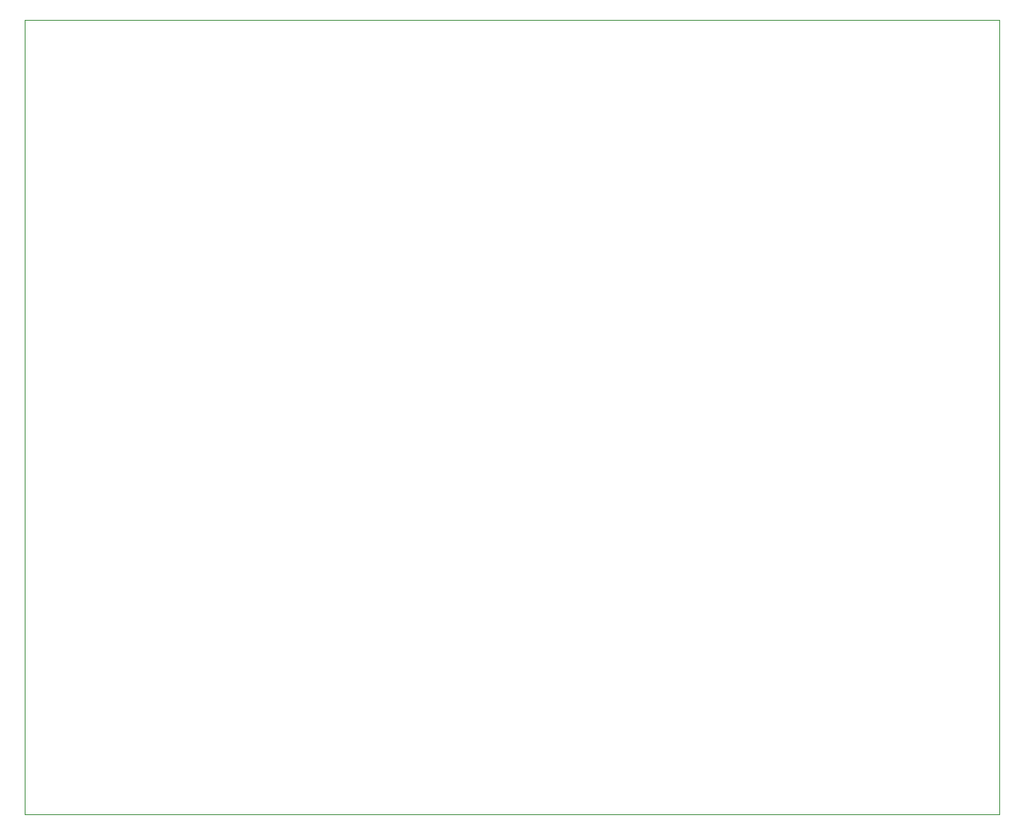
<source format=gbr>
%TF.GenerationSoftware,KiCad,Pcbnew,7.0.7*%
%TF.CreationDate,2023-09-11T10:40:40+02:00*%
%TF.ProjectId,Nano_vfo,4e616e6f-5f76-4666-9f2e-6b696361645f,rev?*%
%TF.SameCoordinates,Original*%
%TF.FileFunction,Profile,NP*%
%FSLAX46Y46*%
G04 Gerber Fmt 4.6, Leading zero omitted, Abs format (unit mm)*
G04 Created by KiCad (PCBNEW 7.0.7) date 2023-09-11 10:40:40*
%MOMM*%
%LPD*%
G01*
G04 APERTURE LIST*
%TA.AperFunction,Profile*%
%ADD10C,0.100000*%
%TD*%
G04 APERTURE END LIST*
D10*
X123190000Y-28575000D02*
X226695000Y-28575000D01*
X226695000Y-113030000D01*
X123190000Y-113030000D01*
X123190000Y-28575000D01*
M02*

</source>
